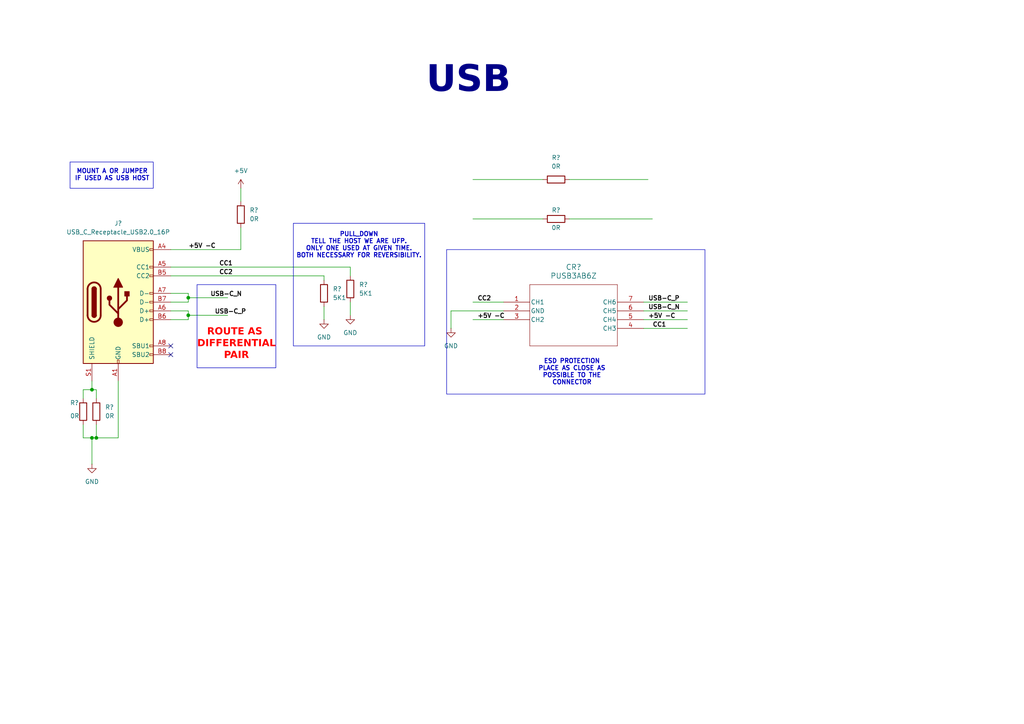
<source format=kicad_sch>
(kicad_sch (version 20231120) (generator "eeschema") (generator_version "8.0")
  (paper "A4")
  (lib_symbols
    (symbol "Connector:USB_C_Receptacle_USB2.0_16P" (pin_names (offset 1.016))
      (property "Reference" "J" (at 0 22.225 0))
      (property "Value" "USB_C_Receptacle_USB2.0_16P" (at 0 19.685 0))
      (symbol "USB_C_Receptacle_USB2.0_16P_0_0"
        (rectangle (start -0.254 -17.78) (end 0.254 -16.764))
        (rectangle (start 10.16 -14.986) (end 9.144 -15.494))
        (rectangle (start 10.16 -12.446) (end 9.144 -12.954))
        (rectangle (start 10.16 -4.826) (end 9.144 -5.334))
        (rectangle (start 10.16 -2.286) (end 9.144 -2.794))
        (rectangle (start 10.16 0.254) (end 9.144 -0.254))
        (rectangle (start 10.16 2.794) (end 9.144 2.286))
        (rectangle (start 10.16 7.874) (end 9.144 7.366))
        (rectangle (start 10.16 10.414) (end 9.144 9.906))
        (rectangle (start 10.16 15.494) (end 9.144 14.986))
      )
      (symbol "USB_C_Receptacle_USB2.0_16P_0_1"
        (rectangle (start -10.16 17.78) (end 10.16 -17.78) (stroke (width 0.254)) (fill (type background)))
        (arc (start -8.89 -3.81) (mid -6.985 -5.7067) (end -5.08 -3.81) (stroke (width 0.508)))
        (arc (start -7.62 -3.81) (mid -6.985 -4.4423) (end -6.35 -3.81) (stroke (width 0.254)))
        (arc (start -7.62 -3.81) (mid -6.985 -4.4423) (end -6.35 -3.81) (stroke (width 0.254)) (fill (type outline)))
        (rectangle (start -7.62 -3.81) (end -6.35 3.81) (stroke (width 0.254)) (fill (type outline)))
        (arc (start -6.35 3.81) (mid -6.985 4.4423) (end -7.62 3.81) (stroke (width 0.254)))
        (arc (start -6.35 3.81) (mid -6.985 4.4423) (end -7.62 3.81) (stroke (width 0.254)) (fill (type outline)))
        (arc (start -5.08 3.81) (mid -6.985 5.7067) (end -8.89 3.81) (stroke (width 0.508)))
        (circle (center -2.54 1.143) (radius 0.635) (stroke (width 0.254)) (fill (type outline)))
        (circle (center 0 -5.842) (radius 1.27) (fill (type outline)))
        (polyline (pts (xy -8.89 -3.81) (xy -8.89 3.81)) (stroke (width 0.508)))
        (polyline (pts (xy -5.08 3.81) (xy -5.08 -3.81)) (stroke (width 0.508)))
        (polyline (pts (xy 0 -5.842) (xy 0 4.318)) (stroke (width 0.508)))
        (polyline (pts (xy 0 -3.302) (xy -2.54 -0.762) (xy -2.54 0.508)) (stroke (width 0.508)))
        (polyline (pts (xy 0 -2.032) (xy 2.54 0.508) (xy 2.54 1.778)) (stroke (width 0.508)))
        (polyline (pts (xy -1.27 4.318) (xy 0 6.858) (xy 1.27 4.318) (xy -1.27 4.318)) (stroke (width 0.254)) (fill (type outline)))
        (rectangle (start 1.905 1.778) (end 3.175 3.048) (stroke (width 0.254)) (fill (type outline)))
      )
      (symbol "USB_C_Receptacle_USB2.0_16P_1_1"
        (pin passive line (at 0 -22.86 90) (length 5.08) (name "GND") (number "A1"))
        (pin passive line (at 0 -22.86 90) (length 5.08) hide (name "GND") (number "A12"))
        (pin passive line (at 15.24 15.24 180) (length 5.08) (name "VBUS") (number "A4"))
        (pin bidirectional line (at 15.24 10.16 180) (length 5.08) (name "CC1") (number "A5"))
        (pin bidirectional line (at 15.24 -2.54 180) (length 5.08) (name "D+") (number "A6"))
        (pin bidirectional line (at 15.24 2.54 180) (length 5.08) (name "D-") (number "A7"))
        (pin bidirectional line (at 15.24 -12.7 180) (length 5.08) (name "SBU1") (number "A8"))
        (pin passive line (at 15.24 15.24 180) (length 5.08) hide (name "VBUS") (number "A9"))
        (pin passive line (at 0 -22.86 90) (length 5.08) hide (name "GND") (number "B1"))
        (pin passive line (at 0 -22.86 90) (length 5.08) hide (name "GND") (number "B12"))
        (pin passive line (at 15.24 15.24 180) (length 5.08) hide (name "VBUS") (number "B4"))
        (pin bidirectional line (at 15.24 7.62 180) (length 5.08) (name "CC2") (number "B5"))
        (pin bidirectional line (at 15.24 -5.08 180) (length 5.08) (name "D+") (number "B6"))
        (pin bidirectional line (at 15.24 0 180) (length 5.08) (name "D-") (number "B7"))
        (pin bidirectional line (at 15.24 -15.24 180) (length 5.08) (name "SBU2") (number "B8"))
        (pin passive line (at 15.24 15.24 180) (length 5.08) hide (name "VBUS") (number "B9"))
        (pin passive line (at -7.62 -22.86 90) (length 5.08) (name "SHIELD") (number "S1"))
      )
    )
    (symbol "Device:R" (pin_numbers hide) (pin_names (offset 0))
      (property "Reference" "R" (at 2.032 0 90))
      (property "Value" "R" (at 0 0 90))
      (symbol "R_0_1"
        (rectangle (start -1.016 -2.54) (end 1.016 2.54) (stroke (width 0.254)))
      )
      (symbol "R_1_1"
        (pin passive line (at 0 3.81 270) (length 1.27) (name "~") (number "1"))
        (pin passive line (at 0 -3.81 90) (length 1.27) (name "~") (number "2"))
      )
    )
    (symbol "PUSB3AB6Z:PUSB3AB6Z" (pin_names (offset 0.254))
      (property "Reference" "CR" (at 20.32 10.16 0))
      (property "Value" "PUSB3AB6Z" (at 20.32 7.62 0))
      (symbol "PUSB3AB6Z_0_1"
        (polyline (pts (xy 7.62 -12.7) (xy 33.02 -12.7)) (stroke (width 0.127)))
        (polyline (pts (xy 7.62 5.08) (xy 7.62 -12.7)) (stroke (width 0.127)))
        (polyline (pts (xy 33.02 -12.7) (xy 33.02 5.08)) (stroke (width 0.127)))
        (polyline (pts (xy 33.02 5.08) (xy 7.62 5.08)) (stroke (width 0.127)))
        (pin unspecified line (at 0 0 0) (length 7.62) (name "CH1") (number "1"))
        (pin unspecified line (at 0 -2.54 0) (length 7.62) (name "GND") (number "2"))
        (pin unspecified line (at 0 -5.08 0) (length 7.62) (name "CH2") (number "3"))
        (pin unspecified line (at 40.64 -7.62 180) (length 7.62) (name "CH3") (number "4"))
        (pin unspecified line (at 40.64 -5.08 180) (length 7.62) (name "CH4") (number "5"))
        (pin unspecified line (at 40.64 -2.54 180) (length 7.62) (name "CH5") (number "6"))
        (pin unspecified line (at 40.64 0 180) (length 7.62) (name "CH6") (number "7"))
      )
    )
    (symbol "power:+5V" (power) (pin_numbers hide) (pin_names (offset 0) hide)
      (property "Value" "+5V" (at 0 3.556 0))
      (symbol "+5V_0_1"
        (polyline (pts (xy -0.762 1.27) (xy 0 2.54)))
        (polyline (pts (xy 0 0) (xy 0 2.54)))
        (polyline (pts (xy 0 2.54) (xy 0.762 1.27)))
      )
      (symbol "+5V_1_1"
        (pin power_in line (at 0 0 90) (length 0) (name "~") (number "1"))
      )
    )
    (symbol "power:GND" (power) (pin_numbers hide) (pin_names (offset 0) hide)
      (property "Value" "GND" (at 0 -3.81 0))
      (symbol "GND_0_1"
        (polyline (pts (xy 0 0) (xy 0 -1.27) (xy 1.27 -1.27) (xy 0 -2.54) (xy -1.27 -1.27) (xy 0 -1.27)))
      )
      (symbol "GND_1_1"
        (pin power_in line (at 0 0 270) (length 0) (name "~") (number "1"))
      )
    )
  )
  (junction (at 54.61 86.36))
  (junction (at 54.61 91.44))
  (junction (at 26.67 127))
  (junction (at 26.67 113.03))
  (junction (at 27.94 127))
  (no_connect (at 49.53 100.33))
  (no_connect (at 49.53 102.87))
  (wire (pts (xy 54.61 85.09) (xy 54.61 86.36)))
  (wire (pts (xy 24.13 115.57) (xy 24.13 113.03)))
  (wire (pts (xy 24.13 123.19) (xy 24.13 127)))
  (wire (pts (xy 49.53 72.39) (xy 69.85 72.39)))
  (wire (pts (xy 165.1 52.07) (xy 187.96 52.07)))
  (wire (pts (xy 186.69 92.71) (xy 199.39 92.71)))
  (wire (pts (xy 54.61 91.44) (xy 54.61 92.71)))
  (wire (pts (xy 137.16 52.07) (xy 157.48 52.07)))
  (wire (pts (xy 186.69 95.25) (xy 199.39 95.25)))
  (wire (pts (xy 137.16 87.63) (xy 146.05 87.63)))
  (wire (pts (xy 137.16 92.71) (xy 146.05 92.71)))
  (wire (pts (xy 93.98 80.01) (xy 93.98 81.28)))
  (wire (pts (xy 101.6 77.47) (xy 101.6 80.01)))
  (wire (pts (xy 130.81 90.17) (xy 146.05 90.17)))
  (wire (pts (xy 130.81 90.17) (xy 130.81 95.25)))
  (wire (pts (xy 49.53 77.47) (xy 101.6 77.47)))
  (wire (pts (xy 24.13 127) (xy 26.67 127)))
  (wire (pts (xy 34.29 110.49) (xy 34.29 127)))
  (wire (pts (xy 26.67 110.49) (xy 26.67 113.03)))
  (wire (pts (xy 93.98 88.9) (xy 93.98 92.71)))
  (wire (pts (xy 24.13 113.03) (xy 26.67 113.03)))
  (wire (pts (xy 54.61 86.36) (xy 54.61 87.63)))
  (wire (pts (xy 137.16 63.5) (xy 157.48 63.5)))
  (wire (pts (xy 54.61 86.36) (xy 66.04 86.36)))
  (wire (pts (xy 101.6 87.63) (xy 101.6 91.44)))
  (wire (pts (xy 54.61 92.71) (xy 49.53 92.71)))
  (wire (pts (xy 26.67 113.03) (xy 27.94 113.03)))
  (wire (pts (xy 26.67 127) (xy 26.67 134.62)))
  (wire (pts (xy 26.67 127) (xy 27.94 127)))
  (wire (pts (xy 49.53 80.01) (xy 93.98 80.01)))
  (wire (pts (xy 165.1 63.5) (xy 189.23 63.5)))
  (wire (pts (xy 49.53 85.09) (xy 54.61 85.09)))
  (wire (pts (xy 69.85 72.39) (xy 69.85 66.04)))
  (wire (pts (xy 69.85 58.42) (xy 69.85 54.61)))
  (wire (pts (xy 54.61 87.63) (xy 49.53 87.63)))
  (wire (pts (xy 54.61 90.17) (xy 54.61 91.44)))
  (wire (pts (xy 27.94 113.03) (xy 27.94 115.57)))
  (wire (pts (xy 186.69 87.63) (xy 199.39 87.63)))
  (wire (pts (xy 186.69 90.17) (xy 199.39 90.17)))
  (wire (pts (xy 54.61 91.44) (xy 66.04 91.44)))
  (wire (pts (xy 49.53 90.17) (xy 54.61 90.17)))
  (wire (pts (xy 27.94 127) (xy 27.94 123.19)))
  (wire (pts (xy 27.94 127) (xy 34.29 127)))
  (rectangle (start 129.54 72.39) (end 204.47 114.3))
  (rectangle (start 20.32 46.99) (end 44.45 54.61))
  (rectangle (start 85.09 64.77) (end 123.19 100.33))
  (rectangle (start 57.15 82.55) (end 80.01 106.68))
  (text "MOUNT A OR JUMPER \nIF USED AS USB HOST " (at 33.02 50.8 0) (effects (font (size 1.27 1.27) (bold yes))))
  (text "ROUTE AS \nDIFFERENTIAL\nPAIR" (at 68.58 100.33 0) (effects (font (size 2.032 2.032) (thickness 0.254) (bold yes) (italic yes))))
  (text "PULL_DOWN\nTELL THE HOST WE ARE UFP.\nONLY ONE USED AT GIVEN TIME.\nBOTH NECESSARY FOR REVERSIBILITY." (at 104.14 71.12 0) (effects (font (size 1.27 1.27) (bold yes))))
  (text "ESD PROTECTION \nPLACE AS CLOSE AS \nPOSSIBLE TO THE \nCONNECTOR " (at 166.37 107.95 0) (effects (font (size 1.27 1.27) (bold yes))))
  (text "USB" (at 135.89 25.4 0) (effects (font (size 7.62 7.62) (bold yes))))
  (label "USB-C_P" (at 187.96 87.63 0) (effects (font (bold yes))))
  (label "+5V -C" (at 187.96 92.71 0) (effects (font (bold yes))))
  (label "USB-C_N" (at 60.96 86.36 0) (effects (font (bold yes))))
  (label "CC1" (at 63.5 77.47 0) (effects (font (bold yes))))
  (label "CC1" (at 189.23 95.25 0) (effects (font (bold yes))))
  (label "CC2" (at 63.5 80.01 0) (effects (font (bold yes))))
  (label "CC2" (at 138.43 87.63 0) (effects (font (bold yes))))
  (label "+5V -C" (at 54.61 72.39 0) (effects (font (bold yes))))
  (label "USB-C_P" (at 62.23 91.44 0) (effects (font (bold yes))))
  (label "USB-C_N" (at 187.96 90.17 0) (effects (font (bold yes))))
  (label "+5V -C" (at 138.43 92.71 0) (effects (font (bold yes))))
  (symbol (lib_id "Device:R") (at 161.29 52.07 90) (unit 1)
    (property "Reference" "R?" (at 161.29 45.72 90))
    (property "Value" "0R" (at 161.29 48.26 90))
    (property "Description" "Resistor" (effects (hide yes)))
  )
  (symbol (lib_id "power:+5V") (at 69.85 54.61 0) (unit 1)
    (property "Reference" "#PWR084" (effects (hide yes)))
    (property "Value" "+5V" (at 69.85 49.53 0))
    (property "Description" "Power symbol creates a global label with name \"+5V\"" (effects (hide yes)))
  )
  (symbol (lib_id "Device:R") (at 101.6 83.82 0) (unit 1)
    (property "Reference" "R?" (at 104.14 82.5499 0) (effects (justify left)))
    (property "Value" "5K1" (at 104.14 85.0899 0) (effects (justify left)))
    (property "Description" "Resistor" (effects (hide yes)))
  )
  (symbol (lib_id "Device:R") (at 161.29 63.5 90) (unit 1)
    (property "Reference" "R?" (at 161.29 60.96 90))
    (property "Value" "0R" (at 161.29 66.04 90))
    (property "Description" "Resistor" (effects (hide yes)))
  )
  (symbol (lib_id "power:GND") (at 26.67 134.62 0) (unit 1)
    (property "Reference" "#PWR081" (effects (hide yes)))
    (property "Value" "GND" (at 26.67 139.7 0))
    (property "Description" "Power symbol creates a global label with name \"GND\" , ground" (effects (hide yes)))
  )
  (symbol (lib_id "PUSB3AB6Z:PUSB3AB6Z") (at 146.05 87.63 0) (unit 1)
    (property "Reference" "CR?" (at 166.37 77.47 0) (effects (font (size 1.524 1.524))))
    (property "Value" "PUSB3AB6Z" (at 166.37 80.01 0) (effects (font (size 1.524 1.524))))
    (property "Footprint" "PUSB3AB6Z_NEX" (effects (hide yes)))
    (property "Datasheet" "PUSB3AB6Z" (effects (hide yes)))
  )
  (symbol (lib_id "Device:R") (at 93.98 85.09 0) (unit 1)
    (property "Reference" "R?" (at 96.52 83.8199 0) (effects (justify left)))
    (property "Value" "5K1" (at 96.52 86.3599 0) (effects (justify left)))
    (property "Description" "Resistor" (effects (hide yes)))
  )
  (symbol (lib_id "Connector:USB_C_Receptacle_USB2.0_16P") (at 34.29 87.63 0) (unit 1)
    (property "Reference" "J?" (at 34.29 64.77 0))
    (property "Value" "USB_C_Receptacle_USB2.0_16P" (at 34.29 67.31 0))
    (property "Datasheet" "https://www.usb.org/sites/default/files/documents/usb_type-c.zip" (effects (hide yes)))
    (property "Description" "USB 2.0-only 16P Type-C Receptacle connector" (effects (hide yes)))
  )
  (symbol (lib_id "power:GND") (at 93.98 92.71 0) (unit 1)
    (property "Reference" "#PWR082" (effects (hide yes)))
    (property "Value" "GND" (at 93.98 97.79 0))
    (property "Description" "Power symbol creates a global label with name \"GND\" , ground" (effects (hide yes)))
  )
  (symbol (lib_id "power:GND") (at 101.6 91.44 0) (unit 1)
    (property "Reference" "#PWR083" (effects (hide yes)))
    (property "Value" "GND" (at 101.6 96.52 0))
    (property "Description" "Power symbol creates a global label with name \"GND\" , ground" (effects (hide yes)))
  )
  (symbol (lib_id "Device:R") (at 69.85 62.23 0) (unit 1)
    (property "Reference" "R?" (at 72.39 60.9599 0) (effects (justify left)))
    (property "Value" "0R" (at 72.39 63.4999 0) (effects (justify left)))
    (property "Description" "Resistor" (effects (hide yes)))
  )
  (symbol (lib_id "Device:R") (at 24.13 119.38 0) (unit 1)
    (property "Reference" "R?" (at 20.32 116.84 0) (effects (justify left)))
    (property "Value" "0R" (at 20.32 120.65 0) (effects (justify left)))
    (property "Description" "Resistor" (effects (hide yes)))
  )
  (symbol (lib_id "power:GND") (at 130.81 95.25 0) (unit 1)
    (property "Reference" "#PWR085" (effects (hide yes)))
    (property "Value" "GND" (at 130.81 100.33 0))
    (property "Description" "Power symbol creates a global label with name \"GND\" , ground" (effects (hide yes)))
  )
  (symbol (lib_id "Device:R") (at 27.94 119.38 0) (unit 1)
    (property "Reference" "R?" (at 30.48 118.1099 0) (effects (justify left)))
    (property "Value" "0R" (at 30.48 120.6499 0) (effects (justify left)))
    (property "Description" "Resistor" (effects (hide yes)))
  )
)
</source>
